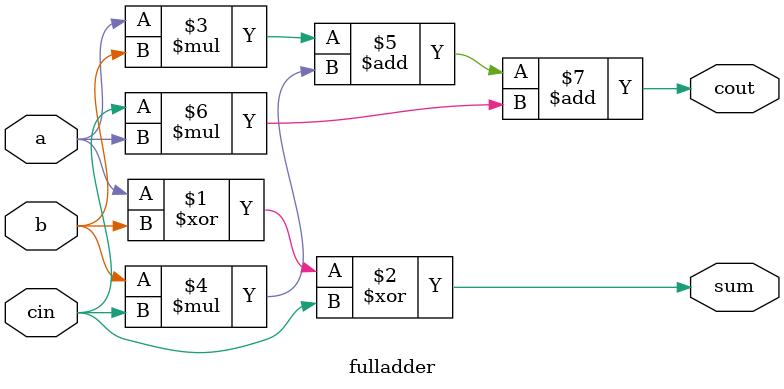
<source format=sv>
module fulladder(a,b,cin,sum,cout);
input a,b,cin;
output cout,sum;
assign sum= a^b^cin;
assign cout = a*b +b*cin + cin*a;
endmodule

</source>
